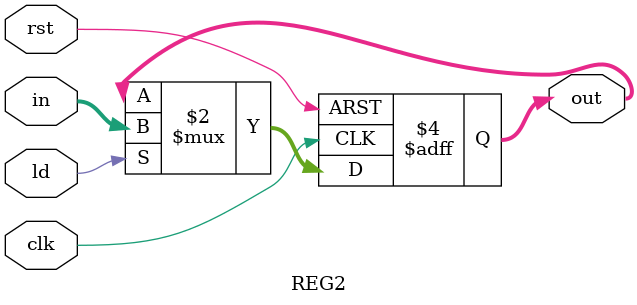
<source format=v>
`timescale 1ns/1ns

module REG #(parameter N = 8)(input [N-1:0] in, output reg [N-1:0] out, input clk, rst);
  reg [7:0] temp;
  always @(posedge clk, posedge rst) begin
  out <=(rst)?8'b0:in;
end
endmodule  

module REG2 #(parameter N = 8)(input [N-1:0] in, output reg [N-1:0] out, input clk, rst, ld);
  always @(posedge clk, posedge rst) begin
    if (rst) out <= 8'b0;
    else if(ld) out <= in;
    end
endmodule  




</source>
